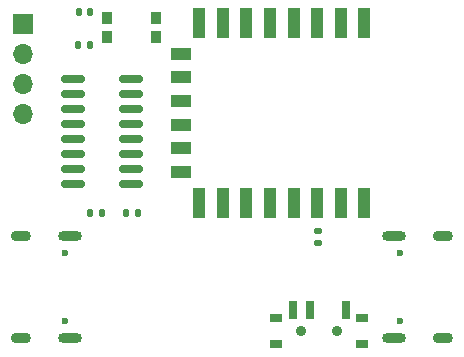
<source format=gbr>
%TF.GenerationSoftware,KiCad,Pcbnew,(6.0.7)*%
%TF.CreationDate,2025-06-10T03:22:10+09:00*%
%TF.ProjectId,AvatarSense,41766174-6172-4536-956e-73652e6b6963,rev?*%
%TF.SameCoordinates,Original*%
%TF.FileFunction,Soldermask,Bot*%
%TF.FilePolarity,Negative*%
%FSLAX46Y46*%
G04 Gerber Fmt 4.6, Leading zero omitted, Abs format (unit mm)*
G04 Created by KiCad (PCBNEW (6.0.7)) date 2025-06-10 03:22:10*
%MOMM*%
%LPD*%
G01*
G04 APERTURE LIST*
G04 Aperture macros list*
%AMRoundRect*
0 Rectangle with rounded corners*
0 $1 Rounding radius*
0 $2 $3 $4 $5 $6 $7 $8 $9 X,Y pos of 4 corners*
0 Add a 4 corners polygon primitive as box body*
4,1,4,$2,$3,$4,$5,$6,$7,$8,$9,$2,$3,0*
0 Add four circle primitives for the rounded corners*
1,1,$1+$1,$2,$3*
1,1,$1+$1,$4,$5*
1,1,$1+$1,$6,$7*
1,1,$1+$1,$8,$9*
0 Add four rect primitives between the rounded corners*
20,1,$1+$1,$2,$3,$4,$5,0*
20,1,$1+$1,$4,$5,$6,$7,0*
20,1,$1+$1,$6,$7,$8,$9,0*
20,1,$1+$1,$8,$9,$2,$3,0*%
G04 Aperture macros list end*
%ADD10R,1.700000X1.700000*%
%ADD11O,1.700000X1.700000*%
%ADD12C,0.600000*%
%ADD13O,1.700000X0.900000*%
%ADD14O,2.000000X0.900000*%
%ADD15R,1.000000X2.500000*%
%ADD16R,1.800000X1.000000*%
%ADD17RoundRect,0.135000X0.135000X0.185000X-0.135000X0.185000X-0.135000X-0.185000X0.135000X-0.185000X0*%
%ADD18RoundRect,0.135000X0.185000X-0.135000X0.185000X0.135000X-0.185000X0.135000X-0.185000X-0.135000X0*%
%ADD19RoundRect,0.135000X-0.135000X-0.185000X0.135000X-0.185000X0.135000X0.185000X-0.135000X0.185000X0*%
%ADD20R,0.900000X1.000000*%
%ADD21R,1.000000X0.800000*%
%ADD22C,0.900000*%
%ADD23R,0.700000X1.500000*%
%ADD24RoundRect,0.140000X0.140000X0.170000X-0.140000X0.170000X-0.140000X-0.170000X0.140000X-0.170000X0*%
%ADD25RoundRect,0.150000X0.825000X0.150000X-0.825000X0.150000X-0.825000X-0.150000X0.825000X-0.150000X0*%
G04 APERTURE END LIST*
D10*
%TO.C,J1*%
X102275000Y-102200000D03*
D11*
X102275000Y-104740000D03*
X102275000Y-107280000D03*
X102275000Y-109820000D03*
%TD*%
D12*
%TO.C,J3*%
X105825000Y-121610000D03*
X105825000Y-127390000D03*
D13*
X102135000Y-128820000D03*
D14*
X106305000Y-120180000D03*
D13*
X102135000Y-120180000D03*
D14*
X106305000Y-128820000D03*
%TD*%
D12*
%TO.C,J2*%
X134175000Y-127390000D03*
X134175000Y-121610000D03*
D13*
X137865000Y-120180000D03*
D14*
X133695000Y-120180000D03*
X133695000Y-128820000D03*
D13*
X137865000Y-128820000D03*
%TD*%
D15*
%TO.C,U2*%
X131200000Y-117350000D03*
X129200000Y-117350000D03*
X127200000Y-117350000D03*
X125200000Y-117350000D03*
X123200000Y-117350000D03*
X121200000Y-117350000D03*
X119200000Y-117350000D03*
X117200000Y-117350000D03*
D16*
X115700000Y-114750000D03*
X115700000Y-112750000D03*
X115700000Y-110750000D03*
X115700000Y-108750000D03*
X115700000Y-106750000D03*
X115700000Y-104750000D03*
D15*
X117200000Y-102150000D03*
X119200000Y-102150000D03*
X121200000Y-102150000D03*
X123200000Y-102150000D03*
X125200000Y-102150000D03*
X127200000Y-102150000D03*
X129200000Y-102150000D03*
X131200000Y-102150000D03*
%TD*%
D17*
%TO.C,R3*%
X108010000Y-104000000D03*
X106990000Y-104000000D03*
%TD*%
D18*
%TO.C,R1*%
X127250000Y-120750000D03*
X127250000Y-119730000D03*
%TD*%
D19*
%TO.C,R8*%
X111000000Y-118250000D03*
X112020000Y-118250000D03*
%TD*%
D17*
%TO.C,R7*%
X109020000Y-118250000D03*
X108000000Y-118250000D03*
%TD*%
D20*
%TO.C,SW2*%
X113550000Y-101700000D03*
X109450000Y-101700000D03*
X113550000Y-103300000D03*
X109450000Y-103300000D03*
%TD*%
D21*
%TO.C,SW1*%
X131025000Y-127095000D03*
D22*
X128875000Y-128205000D03*
D21*
X123725000Y-127095000D03*
X123725000Y-129305000D03*
X131025000Y-129305000D03*
D22*
X125875000Y-128205000D03*
D23*
X129625000Y-126445000D03*
X126625000Y-126445000D03*
X125125000Y-126445000D03*
%TD*%
D24*
%TO.C,C4*%
X107980000Y-101250000D03*
X107020000Y-101250000D03*
%TD*%
D25*
%TO.C,U1*%
X111450000Y-106860000D03*
X111450000Y-108130000D03*
X111450000Y-109400000D03*
X111450000Y-110670000D03*
X111450000Y-111940000D03*
X111450000Y-113210000D03*
X111450000Y-114480000D03*
X111450000Y-115750000D03*
X106500000Y-115750000D03*
X106500000Y-114480000D03*
X106500000Y-113210000D03*
X106500000Y-111940000D03*
X106500000Y-110670000D03*
X106500000Y-109400000D03*
X106500000Y-108130000D03*
X106500000Y-106860000D03*
%TD*%
M02*

</source>
